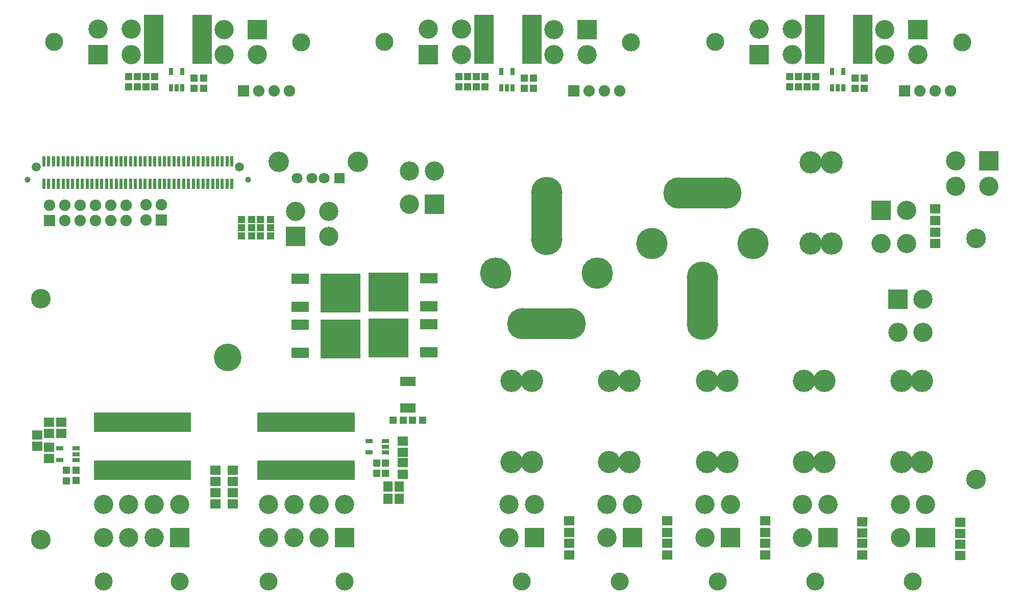
<source format=gts>
G04 DipTrace 3.0.0.2*
G04 Power_Current.GTS*
%MOMM*%
G04 #@! TF.FileFunction,Soldermask,Top*
G04 #@! TF.Part,Single*
%ADD29C,3.2*%
%ADD51C,3.0*%
%ADD52C,1.5*%
%ADD53C,1.0*%
%ADD54C,4.572*%
%ADD55C,3.26*%
%ADD67R,0.8X1.3*%
%ADD69R,3.2X8.2*%
%ADD71R,1.5X1.7*%
%ADD73R,1.3X0.8*%
%ADD75R,8.2X3.2*%
%ADD77R,1.2X1.3*%
%ADD81C,3.7*%
%ADD83R,6.7X6.4*%
%ADD85R,2.95X1.7*%
%ADD87R,0.5X1.6*%
%ADD89R,1.7X1.5*%
%ADD91R,8.0X5.2*%
%ADD93R,5.2X8.0*%
%ADD95C,5.2*%
%ADD97C,3.4*%
%ADD98C,1.8*%
%ADD100R,1.8X1.8*%
%ADD102R,0.58X1.7*%
%ADD104C,1.9*%
%ADD106R,1.9X1.9*%
%ADD109R,3.2X3.2*%
%ADD111R,1.3X1.2*%
%FSLAX35Y35*%
G04*
G71*
G90*
G75*
G01*
G04 TopMask*
%LPD*%
D111*
X5312500Y7037500D3*
X5142500D3*
X5312500Y7175000D3*
X5142500D3*
X5312500Y7312500D3*
X5142500D3*
D109*
X9687500Y2037500D3*
D29*
X9267500D3*
Y2587500D3*
X9687500D3*
D51*
X9477500Y1307500D3*
D109*
X11312500Y2037500D3*
D29*
X10892500D3*
Y2587500D3*
X11312500D3*
D51*
X11102500Y1307500D3*
D109*
X12937500Y2037500D3*
D29*
X12517500D3*
Y2587500D3*
X12937500D3*
D51*
X12727500Y1307500D3*
D109*
X14555750Y2037500D3*
D29*
X14135750D3*
Y2587500D3*
X14555750D3*
D51*
X14345750Y1307500D3*
D109*
X16175000Y2037500D3*
D29*
X15755000D3*
Y2587500D3*
X16175000D3*
D51*
X15965000Y1307500D3*
D109*
X15437500Y7462500D3*
D29*
X15857500D3*
Y6912500D3*
X15437500D3*
D109*
X8032500Y7562500D3*
D29*
X7612500D3*
Y8112500D3*
X8032500D3*
D109*
X17225000Y8282500D3*
D29*
Y7862500D3*
X16675000D3*
Y8282500D3*
D109*
X5725000Y7030000D3*
D29*
Y7450000D3*
X6275000D3*
Y7030000D3*
D109*
X15712500Y5987500D3*
D29*
X16132500D3*
Y5437500D3*
X15712500D3*
D109*
X3800000Y2037500D3*
D29*
X3380000D3*
X2960000D3*
X2540000D3*
Y2587500D3*
X2960000D3*
X3380000D3*
X3800000D3*
D51*
X2540000Y1307500D3*
X3800000D3*
D109*
X6537500Y2037500D3*
D29*
X6117500D3*
X5697500D3*
X5277500D3*
Y2587500D3*
X5697500D3*
X6117500D3*
X6537500D3*
D51*
X5277500Y1307500D3*
X6537500D3*
D106*
X1642500Y7296000D3*
D104*
Y7550000D3*
X1896500Y7296000D3*
Y7550000D3*
X2150500Y7296000D3*
Y7550000D3*
X2404500Y7296000D3*
Y7550000D3*
X2658500Y7296000D3*
Y7550000D3*
X2912500Y7296000D3*
Y7550000D3*
D106*
X3500000Y7300000D3*
D104*
Y7554000D3*
X3246000Y7300000D3*
Y7554000D3*
D102*
X4670123Y8274957D3*
X4590123D3*
X4510123D3*
X4430123D3*
X4350123D3*
X4270123D3*
X4190123D3*
X4110123D3*
X4030123D3*
X3950123D3*
X3870123D3*
X3790123D3*
X3710123D3*
X3630123D3*
X3550123D3*
X3470123D3*
X3390123D3*
X3310123D3*
X3230123D3*
X3150123D3*
X3070123D3*
X2990123D3*
X2910123D3*
X2830123D3*
X2750123D3*
X2670123D3*
X2590123D3*
X2510123D3*
X2430123D3*
X2350123D3*
X2270123D3*
X2190123D3*
X2110123D3*
X2030123D3*
X1950123D3*
X1870123D3*
X1790123D3*
X1710123D3*
X1630123D3*
X1550123D3*
Y7904957D3*
X1630123D3*
X1710123D3*
X1790123D3*
X1870123D3*
X1950123D3*
X2030123D3*
X2110123D3*
X2190123D3*
X2270123D3*
X2350123D3*
X2430123D3*
X2510123D3*
X2590123D3*
X2670123D3*
X2750123D3*
X2830123D3*
X2910123D3*
X2990123D3*
X3070123D3*
X3150123D3*
X3230123D3*
X3310123D3*
X3390123D3*
X3470123D3*
X3550123D3*
X3630123D3*
X3710123D3*
X3790123D3*
X3870123D3*
X3950123D3*
X4030123D3*
X4110123D3*
X4190123D3*
X4270123D3*
X4350123D3*
X4430123D3*
X4510123D3*
X4590123D3*
X4670123D3*
D52*
X4795123Y8184957D3*
X1425123D3*
D53*
X1277623Y7974957D3*
X4942623D3*
D54*
X4602040Y5022917D3*
D100*
X6450000Y8000000D3*
D98*
X6200000D3*
X6000000D3*
X5750000D3*
D97*
X6757000Y8270000D3*
X5443000D3*
D111*
X5000000Y7037500D3*
X4830000D3*
X5000000Y7175000D3*
X4830000D3*
X5000000Y7312500D3*
X4830000D3*
D95*
X9887500Y7762500D3*
D93*
Y7372500D3*
D95*
Y6982500D3*
X10727500Y6422500D3*
X9047500D3*
D91*
X9887500Y5582500D3*
D95*
X9497500D3*
X10277500D3*
D89*
X4400000Y2592447D3*
Y2782447D3*
X4687500Y2592447D3*
Y2782447D3*
D87*
X7487500Y4187500D3*
X7537500D3*
X7587500D3*
X7637500D3*
X7687500D3*
Y4627500D3*
X7637500D3*
X7587500D3*
X7537500D3*
X7487500D3*
D85*
X5800000Y5562500D3*
X5800050Y5102500D3*
D83*
X6470000Y5332500D3*
D85*
X7937500Y5112500D3*
X7937450Y5572500D3*
D83*
X7267500Y5342500D3*
D85*
X5800000Y6325000D3*
X5800050Y5865000D3*
D83*
X6470000Y6095000D3*
D85*
X7937500Y5875000D3*
X7937450Y6335000D3*
D83*
X7267500Y6105000D3*
D111*
X7512500Y3987500D3*
X7342500D3*
X7837500D3*
X7667500D3*
D89*
X4400000Y3154947D3*
Y2964947D3*
X4687500Y3157447D3*
Y2967447D3*
X10262500Y1750000D3*
Y1940000D3*
D81*
X9650000Y4637500D3*
X9310000Y3290500D3*
Y4637500D3*
X9650000Y3290500D3*
D89*
X10262500Y2312500D3*
Y2122500D3*
X11887500Y1750000D3*
Y1940000D3*
D81*
X11262500Y4637500D3*
X10922500Y3290500D3*
Y4637500D3*
X11262500Y3290500D3*
D89*
X11887500Y2312500D3*
Y2122500D3*
X13512500Y1750000D3*
Y1940000D3*
D81*
X12887500Y4637500D3*
X12547500Y3290500D3*
Y4637500D3*
X12887500Y3290500D3*
D89*
X13512500Y2312500D3*
Y2122500D3*
X15125000Y1750000D3*
Y1940000D3*
D81*
X14500000Y4637500D3*
X14160000Y3290500D3*
Y4637500D3*
X14500000Y3290500D3*
D89*
X15125000Y2302500D3*
Y2112500D3*
X16750000Y1737500D3*
Y1927500D3*
D81*
X16112500Y4637500D3*
X15772500Y3290500D3*
Y4637500D3*
X16112500Y3290500D3*
D89*
X16750000Y2290000D3*
Y2100000D3*
X16337500Y7487500D3*
Y7297500D3*
D81*
X14612500Y8262500D3*
X14272500Y6915500D3*
Y8262500D3*
X14612500Y6915500D3*
D89*
X16337500Y6912500D3*
Y7102500D3*
X1837500Y3762500D3*
Y3952500D3*
D77*
X1925000Y3150000D3*
Y2980000D3*
D75*
X3587500Y3150000D3*
Y3950000D3*
X2787500Y3150000D3*
Y3950000D3*
D89*
X1637500Y3537500D3*
Y3347500D3*
X1437500Y3737500D3*
Y3547500D3*
X1637500Y3950000D3*
Y3760000D3*
D77*
X2087500Y2987500D3*
Y3157500D3*
D73*
Y3325000D3*
Y3420000D3*
Y3515000D3*
X1817500D3*
Y3325000D3*
D71*
X7445000Y2680000D3*
X7255000D3*
D77*
X7075000Y3275000D3*
Y3105000D3*
D75*
X6300000Y3150000D3*
Y3950000D3*
X5500000Y3150000D3*
Y3950000D3*
D89*
X7500000Y3450000D3*
Y3640000D3*
Y3087500D3*
Y3277500D3*
D71*
X7255000Y2882500D3*
X7445000D3*
D77*
X7212500Y3100000D3*
Y3270000D3*
D73*
Y3450000D3*
Y3545000D3*
Y3640000D3*
X6942500D3*
Y3450000D3*
D95*
X12475000Y5575000D3*
D93*
Y5965000D3*
D95*
Y6355000D3*
X11635000Y6915000D3*
X13315000D3*
D91*
X12475000Y7755000D3*
D95*
X12865000D3*
X12085000D3*
D55*
X17010000Y7000000D3*
Y3000000D3*
X1500000Y2000000D3*
Y6000000D3*
D77*
X2960250Y9684623D3*
Y9514623D3*
X4039750Y9482873D3*
Y9652873D3*
D109*
X2452250Y10049750D3*
D29*
Y10469750D3*
X3002250D3*
Y10049750D3*
D51*
X1722250Y10259750D3*
D109*
X5087500Y10462500D3*
D29*
Y10042500D3*
X4537500D3*
Y10462500D3*
D51*
X5817500Y10252500D3*
D106*
X4865250Y9446503D3*
D104*
X5119250D3*
X5373250D3*
X5627250D3*
D69*
X3373000Y10303750D3*
X4173000D3*
D77*
X3388873Y9514623D3*
Y9684623D3*
X3246000D3*
Y9514623D3*
X3103127D3*
Y9684623D3*
X4198500Y9652873D3*
Y9482873D3*
D67*
X3658750Y9494127D3*
X3753750D3*
X3848750D3*
Y9764127D3*
X3658750D3*
D77*
X8435250Y9684623D3*
Y9514623D3*
X9514750Y9482873D3*
Y9652873D3*
D109*
X7927250Y10049750D3*
D29*
Y10469750D3*
X8477250D3*
Y10049750D3*
D51*
X7197250Y10259750D3*
D109*
X10562500Y10462500D3*
D29*
Y10042500D3*
X10012500D3*
Y10462500D3*
D51*
X11292500Y10252500D3*
D106*
X10340250Y9446503D3*
D104*
X10594250D3*
X10848250D3*
X11102250D3*
D69*
X8848000Y10303750D3*
X9648000D3*
D77*
X8863873Y9514623D3*
Y9684623D3*
X8721000D3*
Y9514623D3*
X8578127D3*
Y9684623D3*
X9673500Y9652873D3*
Y9482873D3*
D67*
X9133750Y9494127D3*
X9228750D3*
X9323750D3*
Y9764127D3*
X9133750D3*
D77*
X13922750Y9684623D3*
Y9514623D3*
X15002250Y9482873D3*
Y9652873D3*
D109*
X13414750Y10049750D3*
D29*
Y10469750D3*
X13964750D3*
Y10049750D3*
D51*
X12684750Y10259750D3*
D109*
X16050000Y10462500D3*
D29*
Y10042500D3*
X15500000D3*
Y10462500D3*
D51*
X16780000Y10252500D3*
D106*
X15827750Y9446503D3*
D104*
X16081750D3*
X16335750D3*
X16589750D3*
D69*
X14335500Y10303750D3*
X15135500D3*
D77*
X14351373Y9514623D3*
Y9684623D3*
X14208500D3*
Y9514623D3*
X14065627D3*
Y9684623D3*
X15161000Y9652873D3*
Y9482873D3*
D67*
X14621250Y9494127D3*
X14716250D3*
X14811250D3*
Y9764127D3*
X14621250D3*
M02*

</source>
